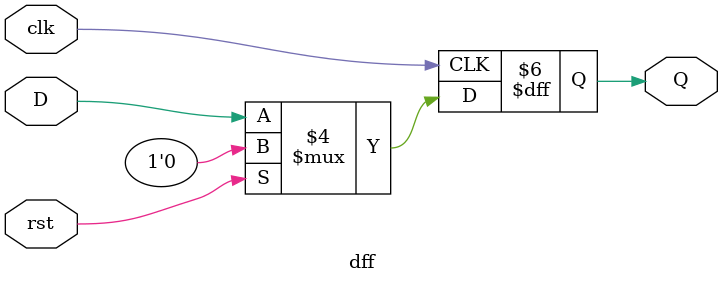
<source format=v>
`timescale 1ns / 1ps


module dff(
input D,clk,rst,
output reg Q
    );
    
always @(posedge(clk))
begin
if (rst == 1) // if reset is asserted, then output is zero
    Q <= 1'b0;
else
    Q <= D; //nonblocking assignment for data input
end
endmodule

</source>
